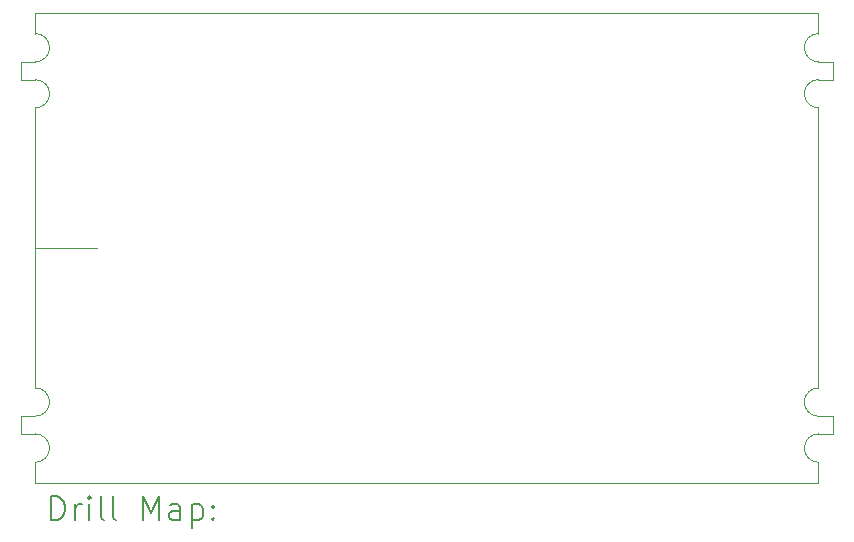
<source format=gbr>
%TF.GenerationSoftware,KiCad,Pcbnew,8.0.8*%
%TF.CreationDate,2025-02-19T14:35:15-05:00*%
%TF.ProjectId,afe_230v_16a,6166655f-3233-4307-965f-3136612e6b69,rev?*%
%TF.SameCoordinates,Original*%
%TF.FileFunction,Drillmap*%
%TF.FilePolarity,Positive*%
%FSLAX45Y45*%
G04 Gerber Fmt 4.5, Leading zero omitted, Abs format (unit mm)*
G04 Created by KiCad (PCBNEW 8.0.8) date 2025-02-19 14:35:15*
%MOMM*%
%LPD*%
G01*
G04 APERTURE LIST*
%ADD10C,0.050000*%
%ADD11C,0.200000*%
G04 APERTURE END LIST*
D10*
X26270000Y-11356000D02*
G75*
G02*
X26150000Y-11236000I0J120000D01*
G01*
X26150000Y-8626000D02*
G75*
G02*
X26270000Y-8506000I120000J0D01*
G01*
X19515000Y-11506000D02*
X19515000Y-11356000D01*
X19760000Y-11626000D02*
G75*
G02*
X19640000Y-11746000I-120000J0D01*
G01*
X26270000Y-8116000D02*
X26270000Y-7941000D01*
X26270000Y-11356000D02*
X26395000Y-11356000D01*
X26395000Y-8356000D02*
X26395000Y-8506000D01*
X26395000Y-11356000D02*
X26395000Y-11506000D01*
X26150000Y-8236000D02*
G75*
G02*
X26270000Y-8116000I120000J0D01*
G01*
X26270000Y-11506000D02*
X26395000Y-11506000D01*
X19515000Y-8506000D02*
X19515000Y-8356000D01*
X26270000Y-11746000D02*
X26270000Y-11921000D01*
X26270000Y-11746000D02*
G75*
G02*
X26150000Y-11626000I0J120000D01*
G01*
X26270000Y-8356000D02*
X26395000Y-8356000D01*
X26150000Y-11626000D02*
G75*
G02*
X26270000Y-11506000I120000J0D01*
G01*
X26270000Y-8746000D02*
G75*
G02*
X26150000Y-8626000I0J120000D01*
G01*
X19640000Y-8506000D02*
X19515000Y-8506000D01*
X19640000Y-8356000D02*
X19515000Y-8356000D01*
X19640000Y-11506000D02*
G75*
G02*
X19760000Y-11626000I0J-120000D01*
G01*
X19640000Y-8116000D02*
G75*
G02*
X19760000Y-8236000I0J-120000D01*
G01*
X19640000Y-8116000D02*
X19640000Y-7941000D01*
X19640000Y-11746000D02*
X19640000Y-11921000D01*
X19760000Y-8236000D02*
G75*
G02*
X19640000Y-8356000I-120000J0D01*
G01*
X19640000Y-11116000D02*
X19640000Y-8746000D01*
X19760000Y-8626000D02*
G75*
G02*
X19640000Y-8746000I-120000J0D01*
G01*
X19760000Y-11236000D02*
G75*
G02*
X19640000Y-11356000I-120000J0D01*
G01*
X26270000Y-8506000D02*
X26395000Y-8506000D01*
X26150000Y-11236000D02*
G75*
G02*
X26270000Y-11116000I120000J0D01*
G01*
X19640000Y-8506000D02*
G75*
G02*
X19760000Y-8626000I0J-120000D01*
G01*
X26270000Y-8356000D02*
G75*
G02*
X26150000Y-8236000I0J120000D01*
G01*
X26270000Y-7941000D02*
X19640000Y-7941000D01*
X19640000Y-11116000D02*
G75*
G02*
X19760000Y-11236000I0J-120000D01*
G01*
X26270000Y-8746000D02*
X26270000Y-11116000D01*
X19640000Y-9931000D02*
X20160500Y-9931000D01*
X19640000Y-11921000D02*
X26270000Y-11921000D01*
X19640000Y-11506000D02*
X19515000Y-11506000D01*
X19640000Y-11356000D02*
X19515000Y-11356000D01*
D11*
X19773277Y-12234984D02*
X19773277Y-12034984D01*
X19773277Y-12034984D02*
X19820896Y-12034984D01*
X19820896Y-12034984D02*
X19849467Y-12044508D01*
X19849467Y-12044508D02*
X19868515Y-12063555D01*
X19868515Y-12063555D02*
X19878039Y-12082603D01*
X19878039Y-12082603D02*
X19887563Y-12120698D01*
X19887563Y-12120698D02*
X19887563Y-12149269D01*
X19887563Y-12149269D02*
X19878039Y-12187365D01*
X19878039Y-12187365D02*
X19868515Y-12206412D01*
X19868515Y-12206412D02*
X19849467Y-12225460D01*
X19849467Y-12225460D02*
X19820896Y-12234984D01*
X19820896Y-12234984D02*
X19773277Y-12234984D01*
X19973277Y-12234984D02*
X19973277Y-12101650D01*
X19973277Y-12139746D02*
X19982801Y-12120698D01*
X19982801Y-12120698D02*
X19992324Y-12111174D01*
X19992324Y-12111174D02*
X20011372Y-12101650D01*
X20011372Y-12101650D02*
X20030420Y-12101650D01*
X20097086Y-12234984D02*
X20097086Y-12101650D01*
X20097086Y-12034984D02*
X20087563Y-12044508D01*
X20087563Y-12044508D02*
X20097086Y-12054031D01*
X20097086Y-12054031D02*
X20106610Y-12044508D01*
X20106610Y-12044508D02*
X20097086Y-12034984D01*
X20097086Y-12034984D02*
X20097086Y-12054031D01*
X20220896Y-12234984D02*
X20201848Y-12225460D01*
X20201848Y-12225460D02*
X20192324Y-12206412D01*
X20192324Y-12206412D02*
X20192324Y-12034984D01*
X20325658Y-12234984D02*
X20306610Y-12225460D01*
X20306610Y-12225460D02*
X20297086Y-12206412D01*
X20297086Y-12206412D02*
X20297086Y-12034984D01*
X20554229Y-12234984D02*
X20554229Y-12034984D01*
X20554229Y-12034984D02*
X20620896Y-12177841D01*
X20620896Y-12177841D02*
X20687563Y-12034984D01*
X20687563Y-12034984D02*
X20687563Y-12234984D01*
X20868515Y-12234984D02*
X20868515Y-12130222D01*
X20868515Y-12130222D02*
X20858991Y-12111174D01*
X20858991Y-12111174D02*
X20839944Y-12101650D01*
X20839944Y-12101650D02*
X20801848Y-12101650D01*
X20801848Y-12101650D02*
X20782801Y-12111174D01*
X20868515Y-12225460D02*
X20849467Y-12234984D01*
X20849467Y-12234984D02*
X20801848Y-12234984D01*
X20801848Y-12234984D02*
X20782801Y-12225460D01*
X20782801Y-12225460D02*
X20773277Y-12206412D01*
X20773277Y-12206412D02*
X20773277Y-12187365D01*
X20773277Y-12187365D02*
X20782801Y-12168317D01*
X20782801Y-12168317D02*
X20801848Y-12158793D01*
X20801848Y-12158793D02*
X20849467Y-12158793D01*
X20849467Y-12158793D02*
X20868515Y-12149269D01*
X20963753Y-12101650D02*
X20963753Y-12301650D01*
X20963753Y-12111174D02*
X20982801Y-12101650D01*
X20982801Y-12101650D02*
X21020896Y-12101650D01*
X21020896Y-12101650D02*
X21039944Y-12111174D01*
X21039944Y-12111174D02*
X21049467Y-12120698D01*
X21049467Y-12120698D02*
X21058991Y-12139746D01*
X21058991Y-12139746D02*
X21058991Y-12196888D01*
X21058991Y-12196888D02*
X21049467Y-12215936D01*
X21049467Y-12215936D02*
X21039944Y-12225460D01*
X21039944Y-12225460D02*
X21020896Y-12234984D01*
X21020896Y-12234984D02*
X20982801Y-12234984D01*
X20982801Y-12234984D02*
X20963753Y-12225460D01*
X21144705Y-12215936D02*
X21154229Y-12225460D01*
X21154229Y-12225460D02*
X21144705Y-12234984D01*
X21144705Y-12234984D02*
X21135182Y-12225460D01*
X21135182Y-12225460D02*
X21144705Y-12215936D01*
X21144705Y-12215936D02*
X21144705Y-12234984D01*
X21144705Y-12111174D02*
X21154229Y-12120698D01*
X21154229Y-12120698D02*
X21144705Y-12130222D01*
X21144705Y-12130222D02*
X21135182Y-12120698D01*
X21135182Y-12120698D02*
X21144705Y-12111174D01*
X21144705Y-12111174D02*
X21144705Y-12130222D01*
M02*

</source>
